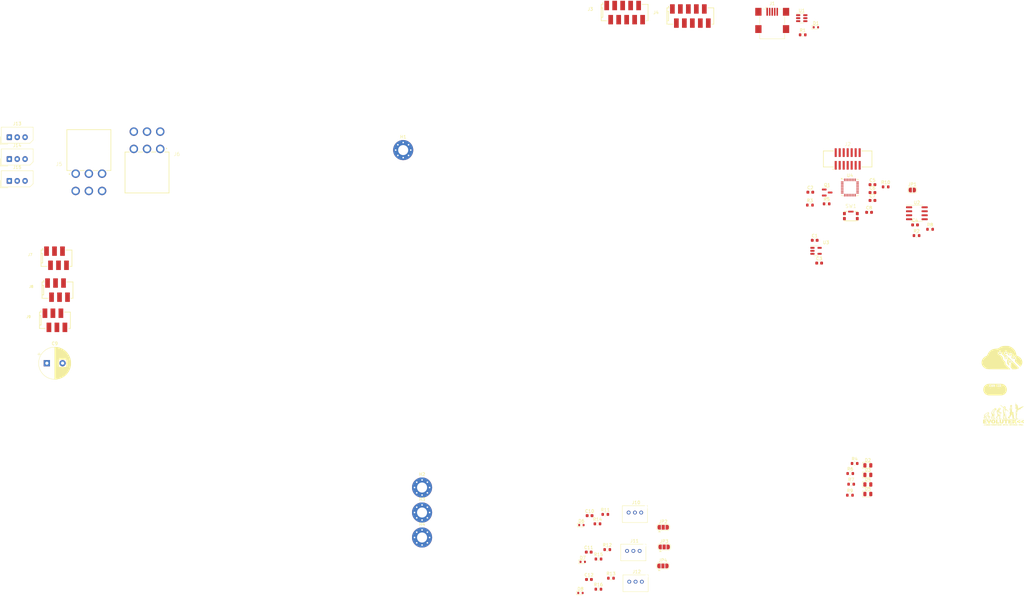
<source format=kicad_pcb>
(kicad_pcb (version 20221018) (generator pcbnew)
  (layers (0 "F.Cu" signal) (31 "B.Cu" signal) (34 "B.Paste" user) (35 "F.Paste" user) (36 "B.SilkS" user "B.Silkscreen") (37 "F.SilkS" user "F.Silkscreen") (38 "B.Mask" user) (39 "F.Mask" user) (44 "Edge.Cuts" user))
  (net 0 "")
  (net 1 "+5VL")
  (net 2 "GND")
  (net 3 "/~{RST}")
  (net 4 "+3.3V")
  (net 5 "VPP")
  (net 6 "Net-(J10-Pin_1)")
  (net 7 "Net-(J11-Pin_1)")
  (net 8 "Net-(J12-Pin_1)")
  (net 9 "VBUS")
  (net 10 "Net-(D2-K)")
  (net 11 "+5P")
  (net 12 "Net-(D3-K)")
  (net 13 "Net-(D4-K)")
  (net 14 "/STATUS")
  (net 15 "Net-(D5-K)")
  (net 16 "/MOTOR_EN")
  (net 17 "/SENSOR1")
  (net 18 "/SENSOR2")
  (net 19 "/SENSOR3")
  (net 20 "Net-(J1-D-)")
  (net 21 "Net-(J1-D+)")
  (net 22 "Net-(J1-ID)")
  (net 25 "/SWDIO")
  (net 26 "/SWCLK")
  (net 30 "/VCP_RX")
  (net 31 "/VCP_TX")
  (net 32 "+12L")
  (net 33 "/SDA")
  (net 34 "/SCL")
  (net 35 "/AU")
  (net 36 "/RST")
  (net 37 "/CANH")
  (net 38 "/CANL")
  (net 39 "+12P")
  (net 41 "/MOTOR_STP_A")
  (net 42 "/MOTOR_DIR_A")
  (net 44 "/MOTOR_STP_B")
  (net 45 "/MOTOR_DIR_B")
  (net 47 "/MOTOR_STP_C")
  (net 48 "/MOTOR_DIR_C")
  (net 49 "Net-(J10-Pin_2)")
  (net 50 "Net-(J11-Pin_2)")
  (net 51 "Net-(J12-Pin_2)")
  (net 52 "/AX12")
  (net 53 "Net-(JP1-A)")
  (net 54 "Net-(U2-Rs)")
  (net 55 "Net-(U4-PB8)")
  (net 58 "/USB_D-")
  (net 59 "/USB_D+")
  (net 60 "/CAN_TX")
  (net 61 "/CAN_RX")
  (footprint "MountingHole:MountingHole_3.2mm_M3_Pad_Via" (layer "F.Cu") (at 31.002944 132.352944)
    (fp_text reference "H2" (at 0 -4.2) (layer "F.SilkS"))
    (fp_text value "M3")
    (pad "1" thru_hole circle (at -2.4 0) (size 0.8 0.8) (drill 0.5) (layers "*.Cu" "*.Mask") (net 2 "GND"))
    (pad "1" thru_hole circle (at -1.697056 -1.697056) (size 0.8 0.8) (drill 0.5) (layers "*.Cu" "*.Mask") (net 2 "GND"))
    (pad "1" thru_hole circle (at -1.697056 1.697056) (size 0.8 0.8) (drill 0.5) (layers "*.Cu" "*.Mask") (net 2 "GND"))
    (pad "1" thru_hole circle (at 0 -2.4) (size 0.8 0.8) (drill 0.5) (layers "*.Cu" "*.Mask") (net 2 "GND"))
    (pad "1" thru_hole circle (at 0 0) (size 6.4 6.4) (drill 3.2) (layers "*.Cu" "*.Mask") (net 2 "GND"))
    (pad "1" thru_hole circle (at 0 2.4) (size 0.8 0.8) (drill 0.5) (layers "*.Cu" "*.Mask") (net 2 "GND"))
    (pad "1" thru_hole circle (at 1.697056 -1.697056) (size 0.8 0.8) (drill 0.5) (layers "*.Cu" "*.Mask") (net 2 "GND"))
    (pad "1" thru_hole circle (at 1.697056 1.697056) (size 0.8 0.8) (drill 0.5) (layers "*.Cu" "*.Mask") (net 2 "GND"))
    (pad "1" thru_hole circle (at 2.4 0) (size 0.8 0.8) (drill 0.5) (layers "*.Cu" "*.Mask") (net 2 "GND"))
  )
  (footprint "Resistor_SMD:R_0603_1608Metric" (layer "F.Cu") (at 178.495 36.7)
    (fp_text reference "R10" (at 0 -1.43) (layer "F.SilkS"))
    (fp_text value "10k")
    (pad "1" smd roundrect (at -0.825 0) (size 0.8 0.95) (layers "F.Cu" "F.Paste" "F.Mask") (net 55 "Net-(U4-PB8)"))
    (pad "2" smd roundrect (at 0.825 0) (size 0.8 0.95) (layers "F.Cu" "F.Paste" "F.Mask") (net 2 "GND"))
  )
  (footprint "Package_SO:SOIC-8_3.9x4.9mm_P1.27mm" (layer "F.Cu") (at 188.42 45.1)
    (fp_text reference "U2" (at 0 -3.4) (layer "F.SilkS"))
    (fp_text value "MCP2551-I-SN")
    (pad "1" smd roundrect (at -2.475 -1.905) (size 1.95 0.6) (layers "F.Cu" "F.Paste" "F.Mask") (net 60 "/CAN_TX"))
    (pad "2" smd roundrect (at -2.475 -0.635) (size 1.95 0.6) (layers "F.Cu" "F.Paste" "F.Mask") (net 2 "GND"))
    (pad "3" smd roundrect (at -2.475 0.635) (size 1.95 0.6) (layers "F.Cu" "F.Paste" "F.Mask") (net 1 "+5VL"))
    (pad "4" smd roundrect (at -2.475 1.905) (size 1.95 0.6) (layers "F.Cu" "F.Paste" "F.Mask") (net 61 "/CAN_RX"))
    (pad "5" smd roundrect (at 2.475 1.905) (size 1.95 0.6) (layers "F.Cu" "F.Paste" "F.Mask"))
    (pad "6" smd roundrect (at 2.475 0.635) (size 1.95 0.6) (layers "F.Cu" "F.Paste" "F.Mask") (net 38 "/CANL"))
    (pad "7" smd roundrect (at 2.475 -0.635) (size 1.95 0.6) (layers "F.Cu" "F.Paste" "F.Mask") (net 37 "/CANH"))
    (pad "8" smd roundrect (at 2.475 -1.905) (size 1.95 0.6) (layers "F.Cu" "F.Paste" "F.Mask") (net 54 "Net-(U2-Rs)"))
  )
  (footprint "LED_SMD:LED_0805_2012Metric" (layer "F.Cu") (at 172.825 134.42)
    (fp_text reference "D5" (at 0 -1.65) (layer "F.SilkS"))
    (fp_text value "YELLOW")
    (pad "1" smd roundrect (at -0.9375 0) (size 0.975 1.4) (layers "F.Cu" "F.Paste" "F.Mask") (net 15 "Net-(D5-K)"))
    (pad "2" smd roundrect (at 0.9375 0) (size 0.975 1.4) (layers "F.Cu" "F.Paste" "F.Mask") (net 16 "/MOTOR_EN"))
  )
  (footprint "Resistor_SMD:R_0603_1608Metric" (layer "F.Cu") (at 154.395 42.5)
    (fp_text reference "R3" (at 0 -1.43) (layer "F.SilkS"))
    (fp_text value "10k")
    (pad "1" smd roundrect (at -0.825 0) (size 0.8 0.95) (layers "F.Cu" "F.Paste" "F.Mask") (net 36 "/RST"))
    (pad "2" smd roundrect (at 0.825 0) (size 0.8 0.95) (layers "F.Cu" "F.Paste" "F.Mask") (net 2 "GND"))
  )
  (footprint "Resistor_SMD:R_0603_1608Metric" (layer "F.Cu") (at 89.925 152.1)
    (fp_text reference "R12" (at 0 -1.43) (layer "F.SilkS"))
    (fp_text value "R2")
    (pad "1" smd roundrect (at -0.825 0) (size 0.8 0.95) (layers "F.Cu" "F.Paste" "F.Mask") (net 18 "/SENSOR2"))
    (pad "2" smd roundrect (at 0.825 0) (size 0.8 0.95) (layers "F.Cu" "F.Paste" "F.Mask") (net 2 "GND"))
  )
  (footprint "ConnectorsEvo:B03B-PASK" (layer "F.Cu") (at 98.225 152.51825)
    (fp_text reference "J11" (at 0.365 -3.175) (layer "F.SilkS"))
    (fp_text value "Sensor")
    (fp_text user "1" (at 2.968 -0.5) (layer "F.SilkS") (effects (font (thickness 0.015))))
    (pad "" np_thru_hole circle (at 3.5 -1.7) (size 1.1 1.1) (drill 1.1) (layers "*.Cu" "*.Mask"))
    (pad "1" thru_hole circle (at 2 0) (size 1.208 1.208) (drill 0.7) (layers "*.Cu" "*.Mask") (net 7 "Net-(J11-Pin_1)"))
    (pad "2" thru_hole circle (at 0 0) (size 1.208 1.208) (drill 0.7) (layers "*.Cu" "*.Mask") (net 50 "Net-(J11-Pin_2)"))
    (pad "3" thru_hole circle (at -2 0) (size 1.208 1.208) (drill 0.7) (layers "*.Cu" "*.Mask") (net 2 "GND"))
  )
  (footprint "MountingHole:MountingHole_3.2mm_M3_Pad_Via" (layer "F.Cu") (at 25 25)
    (fp_text reference "H1" (at 0 -4.2) (layer "F.SilkS"))
    (fp_text value "M3" hide)
    (pad "1" thru_hole circle (at -2.4 0) (size 0.8 0.8) (drill 0.5) (layers "*.Cu" "*.Mask") (net 2 "GND"))
    (pad "1" thru_hole circle (at -1.697056 -1.697056) (size 0.8 0.8) (drill 0.5) (layers "*.Cu" "*.Mask") (net 2 "GND"))
    (pad "1" thru_hole circle (at -1.697056 1.697056) (size 0.8 0.8) (drill 0.5) (layers "*.Cu" "*.Mask") (net 2 "GND"))
    (pad "1" thru_hole circle (at 0 -2.4) (size 0.8 0.8) (drill 0.5) (layers "*.Cu" "*.Mask") (net 2 "GND"))
    (pad "1" thru_hole circle (at 0 0) (size 6.4 6.4) (drill 3.2) (layers "*.Cu" "*.Mask") (net 2 "GND"))
    (pad "1" thru_hole circle (at 0 2.4) (size 0.8 0.8) (drill 0.5) (layers "*.Cu" "*.Mask") (net 2 "GND"))
    (pad "1" thru_hole circle (at 1.697056 -1.697056) (size 0.8 0.8) (drill 0.5) (layers "*.Cu" "*.Mask") (net 2 "GND"))
    (pad "1" thru_hole circle (at 1.697056 1.697056) (size 0.8 0.8) (drill 0.5) (layers "*.Cu" "*.Mask") (net 2 "GND"))
    (pad "1" thru_hole circle (at 2.4 0) (size 0.8 0.8) (drill 0.5) (layers "*.Cu" "*.Mask") (net 2 "GND"))
  )
  (footprint "ConnectorsEvo:22-03-5035" (layer "F.Cu") (at -100.3 27.85)
    (fp_text reference "J14" (at 2.5 -4.3) (layer "F.SilkS"))
    (fp_text value "AX12")
    (pad "1" thru_hole roundrect (at 0 0) (size 1.7 1.85) (drill 0.85) (layers "*.Cu" "*.Mask") (roundrect_rratio 0.147059) (net 52 "/AX12"))
    (pad "2" thru_hole oval (at 2.5 0) (size 1.7 1.85) (drill 0.85) (layers "*.Cu" "*.Mask") (net 39 "+12P"))
    (pad "3" thru_hole oval (at 5 0) (size 1.7 1.85) (drill 0.85) (layers "*.Cu" "*.Mask") (net 2 "GND"))
  )
  (footprint "Capacitor_SMD:C_0603_1608Metric" (layer "F.Cu") (at 84.025 152.9)
    (fp_text reference "C11" (at 0 -1.43) (layer "F.SilkS"))
    (fp_text value "100nF")
    (pad "1" smd roundrect (at -0.775 0) (size 0.9 0.95) (layers "F.Cu" "F.Paste" "F.Mask") (net 7 "Net-(J11-Pin_1)"))
    (pad "2" smd roundrect (at 0.775 0) (size 0.9 0.95) (layers "F.Cu" "F.Paste" "F.Mask") (net 2 "GND"))
  )
  (footprint "ConnectorsEvo:690367280676" (layer "F.Cu") (at -85.3 59.4)
    (fp_text reference "J7" (at -8.375 -1.108) (layer "F.SilkS") (effects (font (size 0.8 0.8))))
    (fp_text value "Motor")
    (pad "1" smd rect (at -3.175 -2.25) (size 1.5 3) (layers "F.Cu" "F.Paste" "F.Mask") (net 5 "VPP"))
    (pad "2" smd rect (at -1.905 2.25) (size 1.5 3) (layers "F.Cu" "F.Paste" "F.Mask") (net 2 "GND"))
    (pad "3" smd rect (at -0.635 -2.25) (size 1.5 3) (layers "F.Cu" "F.Paste" "F.Mask"))
    (pad "4" smd rect (at 0.635 2.25) (size 1.5 3) (layers "F.Cu" "F.Paste" "F.Mask") (net 16 "/MOTOR_EN"))
    (pad "5" smd rect (at 1.905 -2.25) (size 1.5 3) (layers "F.Cu" "F.Paste" "F.Mask") (net 41 "/MOTOR_STP_A"))
    (pad "6" smd rect (at 3.175 2.25) (size 1.5 3) (layers "F.Cu" "F.Paste" "F.Mask") (net 42 "/MOTOR_DIR_A"))
  )
  (footprint "Package_TO_SOT_SMD:SOT-23-5" (layer "F.Cu") (at 156.3375 57.05)
    (fp_text reference "U3" (at 3.1625 -2.65) (layer "F.SilkS"))
    (fp_text value "NCP718xSN330")
    (pad "1" smd roundrect (at -1.1375 -0.95) (size 1.325 0.6) (layers "F.Cu" "F.Paste" "F.Mask") (net 1 "+5VL"))
    (pad "2" smd roundrect (at -1.1375 0) (size 1.325 0.6) (layers "F.Cu" "F.Paste" "F.Mask") (net 2 "GND"))
    (pad "3" smd roundrect (at -1.1375 0.95) (size 1.325 0.6) (layers "F.Cu" "F.Paste" "F.Mask") (net 1 "+5VL"))
    (pad "4" smd roundrect (at 1.1375 0.95) (size 1.325 0.6) (layers "F.Cu" "F.Paste" "F.Mask"))
    (pad "5" smd roundrect (at 1.1375 -0.95) (size 1.325 0.6) (layers "F.Cu" "F.Paste" "F.Mask") (net 4 "+3.3V"))
  )
  (footprint "ComponentsEvo:435431019840" (layer "F.Cu") (at 167.42 46)
    (fp_text reference "SW1" (at 0 -2.5) (layer "F.SilkS") (effects (font (size 1.1684 1.1684) (thickness 0.1016)) (justify bottom)))
    (fp_text value "435431019840")
    (pad "1" smd rect (at 2.05 -0.8) (size 0.9 1) (layers "F.Cu" "F.Paste" "F.Mask"))
    (pad "2" smd rect (at 2.05 0.8) (size 0.9 1) (layers "F.Cu" "F.Paste" "F.Mask"))
    (pad "3" smd rect (at -2.05 0.8) (size 0.9 1) (layers "F.Cu" "F.Paste" "F.Mask") (net 2 "GND"))
    (pad "4" smd rect (at -2.05 -0.8) (size 0.9 1) (layers "F.Cu" "F.Paste" "F.Mask") (net 3 "/~{RST}"))
    (pad "SH" smd rect (at 0 -1.425) (size 1.7 0.55) (layers "F.Cu" "F.Paste" "F.Mask") (net 2 "GND"))
  )
  (footprint "ConnectorsEvo:22-03-5035" (layer "F.Cu") (at -100.3 34.8)
    (fp_text reference "J15" (at 2.5 -4.3) (layer "F.SilkS"))
    (fp_text value "AX12")
    (pad "1" thru_hole roundrect (at 0 0) (size 1.7 1.85) (drill 0.85) (layers "*.Cu" "*.Mask") (roundrect_rratio 0.147059) (net 52 "/AX12"))
    (pad "2" thru_hole oval (at 2.5 0) (size 1.7 1.85) (drill 0.85) (layers "*.Cu" "*.Mask") (net 39 "+12P"))
    (pad "3" thru_hole oval (at 5 0) (size 1.7 1.85) (drill 0.85) (layers "*.Cu" "*.Mask") (net 2 "GND"))
  )
  (footprint "ComponentsEvo:QFN-32-1EP_5x5mm_P0.5mm_EP3.45x3.45mm-Without thermal pad" (layer "F.Cu") (at 167.12 36.9)
    (fp_text reference "U4" (at 0 -3.82) (layer "F.SilkS"))
    (fp_text value "STM32G491KEUx")
    (pad "1" smd roundrect (at -2.4375 -1.75) (size 0.875 0.25) (layers "F.Cu" "F.Paste" "F.Mask") (net 4 "+3.3V"))
    (pad "2" smd roundrect (at -2.4375 -1.25) (size 0.875 0.25) (layers "F.Cu" "F.Paste" "F.Mask"))
    (pad "3" smd roundrect (at -2.4375 -0.75) (size 0.875 0.25) (layers "F.Cu" "F.Paste" "F.Mask"))
    (pad "4" smd roundrect (at -2.4375 -0.25) (size 0.875 0.25) (layers "F.Cu" "F.Paste" "F.Mask") (net 3 "/~{RST}"))
    (pad "5" smd roundrect (at -2.4375 0.25) (size 0.875 0.25) (layers "F.Cu" "F.Paste" "F.Mask") (net 16 "/MOTOR_EN"))
    (pad "6" smd roundrect (at -2.4375 0.75) (size 0.875 0.25) (layers "F.Cu" "F.Paste" "F.Mask") (net 17 "/SENSOR1"))
    (pad "7" smd roundrect (at -2.4375 1.25) (size 0.875 0.25) (layers "F.Cu" "F.Paste" "F.Mask") (net 31 "/VCP_TX"))
    (pad "8" smd roundrect (at -2.4375 1.75) (size 0.875 0.25) (layers "F.Cu" "F.Paste" "F.Mask") (net 30 "/VCP_RX"))
    (pad "9" smd roundrect (at -1.75 2.4375) (size 0.25 0.875) (layers "F.Cu" "F.Paste" "F.Mask") (net 47 "/MOTOR_STP_C"))
    (pad "10" smd roundrect (at -1.25 2.4375) (size 0.25 0.875) (layers "F.Cu" "F.Paste" "F.Mask") (net 48 "/MOTOR_DIR_C"))
    (pad "11" smd roundrect (at -0.75 2.4375) (size 0.25 0.875) (layers "F.Cu" "F.Paste" "F.Mask") (net 18 "/SENSOR2"))
    (pad "12" smd roundrect (at -0.25 2.4375) (size 0.25 0.875) (layers "F.Cu" "F.Paste" "F.Mask") (net 19 "/SENSOR3"))
    (pad "13" smd roundrect (at 0.25 2.4375) (size 0.25 0.875) (layers "F.Cu" "F.Paste" "F.Mask") (net 35 "/AU"))
    (pad "14" smd roundrect (at 0.75 2.4375) (size 0.25 0.875) (layers "F.Cu" "F.Paste" "F.Mask") (net 2 "GND"))
    (pad "15" smd roundrect (at 1.25 2.4375) (size 0.25 0.875) (layers "F.Cu" "F.Paste" "F.Mask") (net 4 "+3.3V"))
    (pad "16" smd roundrect (at 1.75 2.4375) (size 0.25 0.875) (layers "F.Cu" "F.Paste" "F.Mask") (net 2 "GND"))
    (pad "17" smd roundrect (at 2.4375 1.75) (size 0.875 0.25) (layers "F.Cu" "F.Paste" "F.Mask") (net 4 "+3.3V"))
    (pad "18" smd roundrect (at 2.4375 1.25) (size 0.875 0.25) (layers "F.Cu" "F.Paste" "F.Mask") (net 33 "/SDA"))
    (pad "19" smd roundrect (at 2.4375 0.75) (size 0.875 0.25) (layers "F.Cu" "F.Paste" "F.Mask") (net 34 "/SCL"))
    (pad "20" smd roundrect (at 2.4375 0.25) (size 0.875 0.25) (layers "F.Cu" "F.Paste" "F.Mask") (net 41 "/MOTOR_STP_A"))
    (pad "21" smd roundrect (at 2.4375 -0.25) (size 0.875 0.25) (layers "F.Cu" "F.Paste" "F.Mask") (net 58 "/USB_D-"))
    (pad "22" smd roundrect (at 2.4375 -0.75) (size 0.875 0.25) (layers "F.Cu" "F.Paste" "F.Mask") (net 59 "/USB_D+"))
    (pad "23" smd roundrect (at 2.4375 -1.25) (size 0.875 0.25) (layers "F.Cu" "F.Paste" "F.Mask") (net 25 "/SWDIO"))
    (pad "24" smd roundrect (at 2.4375 -1.75) (size 0.875 0.25) (layers "F.Cu" "F.Paste" "F.Mask") (net 26 "/SWCLK"))
    (pad "25" smd roundrect (at 1.75 -2.4375) (size 0.25 0.875) (layers "F.Cu" "F.Paste" "F.Mask") (net 42 "/MOTOR_DIR_A"))
    (pad "26" smd roundrect (at 1.25 -2.4375) (size 0.25 0.875) (layers "F.Cu" "F.Paste" "F.Mask") (net 44 "/MOTOR_STP_B"))
    (pad "27" smd roundrect (at 0.75 -2.4375) (size 0.25 0.875) (layers "F.Cu" "F.Paste" "F.Mask") (net 45 "/MOTOR_DIR_B"))
    (pad "28" smd roundrect (at 0.25 -2.4375) (size 0.25 0.875) (layers "F.Cu" "F.Paste" "F.Mask") (net 61 "/CAN_RX"))
    (pad "29" smd roundrect (at -0.25 -2.4375) (size 0.25 0.875) (layers "F.Cu" "F.Paste" "F.Mask") (net 60 "/CAN_TX"))
    (pad "30" smd roundrect (at -0.75 -2.4375) (size 0.25 0.875) (layers "F.Cu" "F.Paste" "F.Mask") (net 14 "/STATUS"))
    (pad "31" smd roundrect (at -1.25 -2.4375) (size 0.25 0.875) (layers "F.Cu" "F.Paste" "F.Mask") (net 55 "Net-(U4-PB8)"))
    (pad "32" smd roundrect (at -1.75 -2.4375) (size 0.25 0.875) (layers "F.Cu" "F.Paste" "F.Mask") (net 2 "GND"))
  )
  (footprint "Diode_SMD:D_SOD-523" (layer "F.Cu") (at 82.125 156)
    (fp_text reference "D7" (at 0 -1.3) (layer "F.SilkS"))
    (fp_text value "3V")
    (pad "1" smd roundrect (at -0.7 0 180) (size 0.6 0.7) (layers "F.Cu" "F.Paste" "F.Mask") (net 18 "/SENSOR2"))
    (pad "2" smd roundrect (at 0.7 0 180) (size 0.6 0.7) (layers "F.Cu" "F.Paste" "F.Mask") (net 2 "GND"))
  )
  (footprint "Resistor_SMD:R_0603_1608Metric" (layer "F.Cu") (at 87.1 164.7)
    (fp_text reference "R16" (at 0 -1.43) (layer "F.SilkS"))
    (fp_text value "R1")
    (pad "1" smd roundrect (at -0.825 0) (size 0.8 0.95) (layers "F.Cu" "F.Paste" "F.Mask") (net 51 "Net-(J12-Pin_2)"))
    (pad "2" smd roundrect (at 0.825 0) (size 0.8 0.95) (layers "F.Cu" "F.Paste" "F.Mask") (net 19 "/SENSOR3"))
  )
  (footprint "ConnectorsEvo:62701420621" (layer "F.Cu") (at 166.41 27.82)
    (fp_text reference "J2" (at 0 -4) (layer "F.SilkS") (effects (font (size 1.1684 1.1684) (thickness 0.1016)) (justify bottom)))
    (fp_text value "STLINK")
    (pad "1" smd rect (at -3.81 2.02) (size 0.65 2.76) (layers "F.Cu" "F.Paste" "F.Mask"))
    (pad "2" smd rect (at -3.81 -2.02) (size 0.65 2.76) (layers "F.Cu" "F.Paste" "F.Mask"))
    (pad "3" smd rect (at -2.54 2.02) (size 0.65 2.76) (layers "F.Cu" "F.Paste" "F.Mask") (net 4 "+3.3V"))
    (pad "4" smd rect (at -2.54 -2.02) (size 0.65 2.76) (layers "F.Cu" "F.Paste" "F.Mask") (net 25 "/SWDIO"))
    (pad "5" smd rect (at -1.27 2.02) (size 0.65 2.76) (layers "F.Cu" "F.Paste" "F.Mask") (net 2 "GND"))
    (pad "6" smd rect (at -1.27 -2.02) (size 0.65 2.76) (layers "F.Cu" "F.Paste" "F.Mask") (net 26 "/SWCLK"))
    (pad "7" smd rect (at 0 2.02) (size 0.65 2.76) (layers "F.Cu" "F.Paste" "F.Mask") (net 2 "GND"))
    (pad "8" smd rect (at 0 -2.02) (size 0.65 2.76) (layers "F.Cu" "F.Paste" "F.Mask"))
    (pad "9" smd rect (at 1.27 2.02) (size 0.65 2.76) (layers "F.Cu" "F.Paste" "F.Mask"))
    (pad "10" smd rect (at 1.27 -2.02) (size 0.65 2.76) (layers "F.Cu" "F.Paste" "F.Mask"))
    (pad "11" smd rect (at 2.54 2.02) (size 0.65 2.76) (layers "F.Cu" "F.Paste" "F.Mask") (net 2 "GND"))
    (pad "12" smd rect (at 2.54 -2.02) (size 0.65 2.76) (layers "F.Cu" "F.Paste" "F.Mask") (net 3 "/~{RST}"))
    (pad "13" smd rect (at 3.81 2.02) (size 0.65 2.76) (layers "F.Cu" "F.Paste" "F.Mask") (net 30 "/VCP_RX"))
    (pad "14" smd rect (at 3.81 -2.02) (size 0.65 2.76) (layers "F.Cu" "F.Paste" "F.Mask") (net 31 "/VCP_TX"))
  )
  (footprint "Resistor_SMD:R_0603_1608Metric" (layer "F.Cu") (at 87.125 155.1)
    (fp_text reference "R15" (at 0 -1.43) (layer "F.SilkS"))
    (fp_text value "R1")
    (pad "1" smd roundrect (at -0.825 0) (size 0.8 0.95) (layers "F.Cu" "F.Paste" "F.Mask") (net 50 "Net-(J11-Pin_2)"))
    (pad "2" smd roundrect (at 0.825 0) (size 0.8 0.95) (layers "F.Cu" "F.Paste" "F.Mask") (net 18 "/SENSOR2"))
  )
  (footprint "Jumper:SolderJumper-3_P1.3mm_Open_RoundedPad1.0x1.5mm" (layer "F.Cu") (at 107.625 157.3)
    (fp_text reference "JP4" (at 0 -1.8) (layer "F.SilkS"))
    (fp_text value "SolderJumper_3_Open")
    (pad "1" smd custom (at -1.3 0) (size 1 0.5) (layers "F.Cu" "F.Mask") (net 32 "+12L") (options (clearance outline) (anchor rect)) (primitives (gr_circle (center 0 0.25) (end 0.5 0.25) (width 0) (fill yes)) (gr_circle (center 0 -0.25) (end 0.5 -0.25) (width 0) (fill yes)) (gr_poly (pts (xy 0.55 0.75) (xy 0 0.75) (xy 0 -0.75) (xy 0.55 -0.75)) (width 0) (fill yes))))
    (pad "2" smd rect (at 0 0) (size 1 1.5) (layers "F.Cu" "F.Mask") (net 8 "Net-(J12-Pin_1)"))
    (pad "3" smd custom (at 1.3 0) (size 1 0.5) (layers "F.Cu" "F.Mask") (net 1 "+5VL") (options (clearance outline) (anchor rect)) (primitives (gr_circle (center 0 0.25) (end 0.5 0.25) (width 0) (fill yes)) (gr_circle (center 0 -0.25) (end 0.5 -0.25) (width 0) (fill yes)) (gr_poly (pts (xy 0 0.75) (xy -0.55 0.75) (xy -0.55 -0.75) (xy 0 -0.75)) (width 0) (fill yes))))
  )
  (footprint "ConnectorsEvo:USB_Mini-B_Wuerth_65100516121_Horizontal" (layer "F.Cu") (at 142.4 -16.4)
    (fp_text reference "J1" (at 0 -5.25) (layer "F.SilkS"))
    (fp_text value "USB_B_Mini")
    (pad "" np_thru_hole circle (at -2.2 0) (size 0.9 0.9) (drill 0.9) (layers "*.Cu" "*.Mask"))
    (pad "" np_thru_hole circle (at 2.2 0) (size 0.9 0.9) (drill 0.9) (layers "*.Cu" "*.Mask"))
    (pad "1" smd rect (at -1.6 -2.6) (size 0.5 2.5) (layers "F.Cu" "F.Paste" "F.Mask") (net 9 "VBUS"))
    (pad "2" smd rect (at -0.8 -2.6) (size 0.5 2.5) (layers "F.Cu" "F.Paste" "F.Mask") (net 20 "Net-(J1-D-)"))
    (pad "3" smd rect (at 0 -2.6) (size 0.5 2.5) (layers "F.Cu" "F.Paste" "F.Mask") (net 21 "Net-(J1-D+)"))
    (pad "4" smd rect (at 0.8 -2.6) (size 0.5 2.5) (layers "F.Cu" "F.Paste" "F.Mask") (net 22 "Net-(J1-ID)"))
    (pad "5" smd rect (at 1.6 -2.6) (size 0.5 2.5) (layers "F.Cu" "F.Paste" "F.Mask") (net 2 "GND"))
    (pad "6" smd rect (at -4.4 -2.6) (size 2 2.5) (layers "F.Cu" "F.Paste" "F.Mask") (net 2 "GND"))
    (pad "6" smd rect (at -4.4 2.9) (size 2 2.5) (layers "F.Cu" "F.Paste" "F.Mask") (net 2 "GND"))
    (pad "6" smd rect (at 4.4 -2.6) (size 2 2.5) (layers "F.Cu" "F.Paste" "F.Mask") (net 2 "GND"))
    (pad "6" smd rect (at 4.4 2.9) (size 2 2.5) (layers "F.Cu" "F.Paste" "F.Mask") (net 2 "GND"))
  )
  (footprint "ConnectorsEvo:B03B-PASK" (layer "F.Cu") (at 98.725 140.31825)
    (fp_text reference "J10" (at 0.365 -3.175) (layer "F.SilkS"))
    (fp_text value "Sensor")
    (fp_text user "1" (at 2.968 -0.5) (layer "F.SilkS") (effects (font (thickness 0.015))))
    (pad "" np_thru_hole circle (at 3.5 -1.7) (size 1.1 1.1) (drill 1.1) (layers "*.Cu" "*.Mask"))
    (pad "1" thru_hole circle (at 2 0) (size 1.208 1.208) (drill 0.7) (layers "*.Cu" "*.Mask") (net 6 "Net-(J10-Pin_1)"))
    (pad "2" thru_hole circle (at 0 0) (size 1.208 1.208) (drill 0.7) (layers "*.Cu" "*.Mask") (net 49 "Net-(J10-Pin_2)"))
    (pad "3" thru_hole circle (at -2 0) (size 1.208 1.208) (drill 0.7) (layers "*.Cu" "*.Mask") (net 2 "GND"))
  )
  (footprint "Capacitor_SMD:C_0603_1608Metric" (layer "F.Cu") (at 154.52 38.4)
    (fp_text reference "C2" (at 0 -1.43) (layer "F.SilkS"))
    (fp_text value "100nF")
    (pad "1" smd roundrect (at -0.775 0) (size 0.9 0.95) (layers "F.Cu" "F.Paste" "F.Mask") (net 3 "/~{RST}"))
    (pad "2" smd roundrect (at 0.775 0) (size 0.9 0.95) (layers "F.Cu" "F.Paste" "F.Mask") (net 2 "GND"))
  )
  (footprint "ConnectorsEvo:649006227222" (layer "F.Cu") (at -56.5 32.125)
    (fp_text reference "J6" (at 8.42 -5.15) (layer "F.SilkS") (effects (font (size 1.1684 1.1684) (thickness 0.1016)) (justify left bottom)))
    (fp_text value "Actuators PSU")
    (pad "" np_thru_hole circle (at -4.2 -0.2) (size 3 3) (drill 3) (layers "*.Cu" "*.Mask"))
    (pad "" np_thru_hole circle (at 4.2 -0.2) (size 3 3) (drill 3) (layers "*.Cu" "*.Mask"))
    (pad "1" thru_hole circle (at 4.2 -7.5) (size 2.7 2.7) (drill 1.8) (layers "*.Cu" "*.Mask") (net 5 "VPP"))
    (pad "2" thru_hole circle (at 0 -7.5) (size 2.7 2.7) (drill 1.8) (layers "*.Cu" "*.Mask") (net 39 "+12P"))
    (pad "3" thru_hole circle (at -4.2 -7.5) (size 2.7 2.7) (drill 1.8) (layers "*.Cu" "*.Mask") (net 11 "+5P"))
    (pad "4" thru_hole circle (at 4.2 -13) (size 2.7 2.7) (drill 1.8) (layers "*.Cu" "*.Mask") (net 2 "GND"))
    (pad "5" thru_hole circle (at 0 -13) (size 2.7 2.7) (drill 1.8) (layers "*.Cu" "*.Mask") (net 2 "GND"))
    (pad "6" thru_hole circle (at -4.2 -13) (size 2.7 2.7) (drill 1.8) (layers "*.Cu" "*.Mask") (net 2 "GND"))
  )
  (footprint "Resistor_SMD:R_0603_1608Metric" (layer "F.Cu") (at 86.8 143.9)
    (fp_text reference "R14" (at 0 -1.43) (layer "F.SilkS"))
    (fp_text value "R1")
    (pad "1" smd roundrect (at -0.825 0) (size 0.8 0.95) (layers "F.Cu" "F.Paste" "F.Mask") (net 49 "Net-(J10-Pin_2)"))
    (pad "2" smd roundrect (at 0.825 0) (size 0.8 0.95) (layers "F.Cu" "F.Paste" "F.Mask") (net 17 "/SENSOR1"))
  )
  (footprint "Diode_SMD:D_SOD-523" (layer "F.Cu") (at 156.3 -14.075)
    (fp_text reference "D1" (at 0 -1.3) (layer "F.SilkS"))
    (fp_text value "D")
    (pad "1" smd roundrect (at -0.7 0 180) (size 0.6 0.7) (layers "F.Cu" "F.Paste" "F.Mask") (net 1 "+5VL"))
    (pad "2" smd roundrect (at 0.7 0 180) (size 0.6 0.7) (layers "F.Cu" "F.Paste" "F.Mask") (net 9 "VBUS"))
  )
  (footprint "Jumper:SolderJumper-3_P1.3mm_Open_RoundedPad1.0x1.5mm" (layer "F.Cu") (at 108.025 151.2575)
    (fp_text reference "JP3" (at 0 -1.8) (layer "F.SilkS"))
    (fp_text value "SolderJumper_3_Open")
    (pad "1" smd custom (at -1.3 0) (size 1 0.5) (layers "F.Cu" "F.Mask") (net 32 "+12L") (options (clearance outline) (anchor rect)) (primitives (gr_circle (center 0 0.25) (end 0.5 0.25) (width 0) (fill yes)) (gr_circle (center 0 -0.25) (end 0.5 -0.25) (width 0) (fill yes)) (gr_poly (pts (xy 0.55 0.75) (xy 0 0.75) (xy 0 -0.75) (xy 0.55 -0.75)) (width 0) (fill yes))))
    (pad "2" smd rect (at 0 0) (size 1 1.5) (layers "F.Cu" "F.Mask") (net 7 "Net-(J11-Pin_1)"))
    (pad "3" smd custom (at 1.3 0) (size 1 0.5) (layers "F.Cu" "F.Mask") (net 1 "+5VL") (options (clearance outline) (anchor rect)) (primitives (gr_circle (center 0 0.25) (end 0.5 0.25) (width 0) (fill yes)) (gr_circle (center 0 -0.25) (end 0.5 -0.25) (width 0) (fill yes)) (gr_poly (pts (xy 0 0.75) (xy -0.55 0.75) (xy -0.55 -0.75) (xy 0 -0.75)) (width 0) (fill yes))))
  )
  (footprint "MarkingEvo:Logo Aisler Min" (layer "F.Cu") (at 215.5 91)
    (fp_text reference "LB2" hide)
    (fp_text value "LOGO" hide)
  )
  (footprint "Resistor_SMD:R_0603_1608Metric" (layer "F.Cu") (at 192.62 50.2)
    (fp_text reference "R8" (at 0 -1.43) (layer "F.SilkS"))
    (fp_text value "0")
    (pad "1" smd roundrect (at -0.825 0) (size 0.8 0.95) (layers "F.Cu" "F.Paste" "F.Mask") (net 2 "GND"))
    (pad "2" smd roundrect (at 0.825 0) (size 0.8 0.95) (layers "F.Cu" "F.Paste" "F.Mask") (net 54 "Net-(U2-Rs)"))
  )
  (footprint "Capacitor_SMD:C_0603_1608Metric" (layer "F.Cu") (at 84.1 161.6)
    (fp_text reference "C12" (at 0 -1.43) (layer "F.SilkS"))
    (fp_text value "100nF")
    (pad "1" smd roundrect (at -0.775 0) (size 0.9 0.95) (layers "F.Cu" "F.Paste" "F.Mask") (net 8 "Net-(J12-Pin_1)"))
    (pad "2" smd roundrect (at 0.775 0) (size 0.9 0.95) (layers "F.Cu" "F.Paste" "F.Mask") (net 2 "GND"))
  )
  (footprint "ConnectorsEvo:690367280676" (layer "F.Cu") (at -85.805 79.15)
    (fp_text reference "J9" (at -8.375 -1.108) (layer "F.SilkS") (effects (font (size 0.8 0.8))))
    (fp_text value "Motor")
    (pad "1" smd rect (at -3.175 -2.25) (size 1.5 3) (layers "F.Cu" "F.Paste" "F.Mask") (net 5 "VPP"))
    (pad "2" smd rect (at -1.905 2.25) (size 1.5 3) (layers "F.Cu" "F.Paste" "F.Mask") (net 2 "GND"))
    (pad "3" smd rect (at -0.635 -2.25) (size 1.5 3) (layers "F.Cu" "F.Paste" "F.Mask"))
    (pad "4" smd rect (at 0.635 2.25) (size 1.5 3) (layers "F.Cu" "F.Paste" "F.Mask") (net 16 "/MOTOR_EN"))
    (pad "5" smd rect (at 1.905 -2.25) (size 1.5 3) (layers "F.Cu" "F.Paste" "F.Mask") (net 47 "/MOTOR_STP_C"))
    (pad "6" smd rect (at 3.175 2.25) (size 1.5 3) (layers "F.Cu" "F.Paste" "F.Mask") (net 48 "/MOTOR_DIR_C"))
  )
  (footprint "Resistor_SMD:R_0603_1608Metric" (layer "F.Cu") (at 167.225 127.9)
    (fp_text reference "R6" (at 0 -1.43) (layer "F.SilkS"))
    (fp_text value "510")
    (pad "1" smd roundrect (at -0.825 0) (size 0.8 0.95) (layers "F.Cu" "F.Paste" "F.Mask") (net 12 "Net-(D3-K)"))
    (pad "2" smd roundrect (at 0.825 0) (size 0.8 0.95) (layers "F.Cu" "F.Paste" "F.Mask") (net 2 "GND"))
  )
  (footprint "ConnectorsEvo:B03B-PASK" (layer "F.Cu") (at 98.925 162.31825)
    (fp_text reference "J12" (at 0.365 -3.175) (layer "F.SilkS"))
    (fp_text value "Sensor")
    (fp_text user "1" (at 2.968 -0.5) (layer "F.SilkS") (effects (font (thickness 0.015))))
    (pad "" np_thru_hole circle (at 3.5 -1.7) (size 1.1 1.1) (drill 1.1) (layers "*.Cu" "*.Mask"))
    (pad "1" thru_hole circle (at 2 0) (size 1.208 1.208) (drill 0.7) (layers "*.Cu" "*.Mask") (net 8 "Net-(J12-Pin_1)"))
    (pad "2" thru_hole circle (at 0 0) (size 1.208 1.208) (drill 0.7) (layers "*.Cu" "*.Mask") (net 51 "Net-(J12-Pin_2)"))
    (pad "3" thru_hole circle (at -2 0) (size 1.208 1.208) (drill 0.7) (layers "*.Cu" "*.Mask") (net 2 "GND"))
  )
  (footprint "MarkingEvo:CAN ID Label 2" (layer "F.Cu") (at 213.3 101.2)
    (fp_text reference "LB3" hide)
    (fp_text value "~" hide)
  )
  (footprint "ConnectorsEvo:22-03-5035" (layer "F.Cu") (at -100.3 20.9)
    (fp_text reference "J13" (at 2.5 -4.3) (layer "F.SilkS"))
    (fp_text value "AX12")
    (pad "1" thru_hole roundrect (at 0 0) (size 1.7 1.85) (drill 0.85) (layers "*.Cu" "*.Mask") (roundrect_rratio 0.147059) (net 52 "/AX12"))
    (pad "2" thru_hole oval (at 2.5 0) (size 1.7 1.85) (drill 0.85) (layers "*.Cu" "*.Mask") (net 39 "+12P"))
    (pad "3" thru_hole oval (at 5 0) (size 1.7 1.85) (drill 0.85) (layers "*.Cu" "*.Mask") (net 2 "GND"))
  )
  (footprint "ConnectorsEvo:690367280676" (layer "F.Cu") (at -84.975 69.55)
    (fp_text reference "J8" (at -8.375 -1.108) (layer "F.SilkS") (effects (font (size 0.8 0.8))))
    (fp_text value "Motor")
    (pad "1" smd rect (at -3.175 -2.25) (size 1.5 3) (layers "F.Cu" "F.Paste" "F.Mask") (net 5 "VPP"))
    (pad "2" smd rect (at -1.905 2.25) (size 1.5 3) (layers "F.Cu" "F.Paste" "F.Mask") (net 2 "GND"))
    (pad "3" smd rect (at -0.635 -2.25) (size 1.5 3) (layers "F.Cu" "F.Paste" "F.Mask"))
    (pad "4" smd rect (at 0.635 2.25) (size 1.5 3) (layers "F.Cu" "F.Paste" "F.Mask") (net 16 "/MOTOR_EN"))
    (pad "5" smd rect (at 1.905 -2.25) (size 1.5 3) (layers "F.Cu" "F.Paste" "F.Mask") (net 44 "/MOTOR_STP_B"))
    (pad "6" smd rect (at 3.175 2.25) (size 1.5 3) (layers "F.Cu" "F.Paste" "F.Mask") (net 45 "/MOTOR_DIR_B"))
  )
  (footprint "Jumper:SolderJumper-2_P1.3mm_Open_RoundedPad1.0x1.5mm" (layer "F.Cu") (at 186.97 37.7)
    (fp_text reference "JP1" (at 0 -1.8) (layer "F.SilkS"))
    (fp_text value "SolderJumper_2_Open")
    (pad "1" smd custom (at -0.65 0) (size 1 0.5) (layers "F.Cu" "F.Mask") (net 53 "Net-(JP1-A)") (options (clearance outline) (anchor rect)) (primitives (gr_circle (center 0 0.25) (end 0.5 0.25) (width 0) (fill yes)) (gr_circle (center 0 -0.25) (end 0.5 -0.25) (width 0) (fill yes)) (gr_poly (pts (xy 0.5 0.75) (xy 0 0.75) (xy 0 -0.75) (xy 0.5 -0.75)) (width 0) (fill yes))))
    (pad "2" smd custom (at 0.65 0) (size 1 0.5) (layers "F.Cu" "F.Mask") (net 38 "/CANL") (options (clearance outline) (anchor rect)) (primitives (gr_circle (center 0 0.25) (end 0.5 0.25) (width 0) (fill yes)) (gr_circle (center 0 -0.25) (end 0.5 -0.25) (width 0) (fill yes)) (gr_poly (pts (xy 0 0.75) (xy -0.5 0.75) (xy -0.5 -0.75) (xy 0 -0.75)) (width 0) (fill yes))))
  )
  (footprint "Resistor_SMD:R_0603_1608Metric" (layer "F.Cu") (at 188.32 52.2)
    (fp_text reference "R2" (at 0 -1.43) (layer "F.SilkS"))
    (fp_text value "120")
    (pad "1" smd roundrect (at -0.825 0) (size 0.8 0.95) (layers "F.Cu" "F.Paste" "F.Mask") (net 37 "/CANH"))
    (pad "2" smd roundrect (at 0.825 0) (size 0.8 0.95) (layers "F.Cu" "F.Paste" "F.Mask") (net 53 "Net-(JP1-A)"))
  )
  (footprint "Resistor_SMD:R_0603_1608Metric" (layer "F.Cu") (at 167.525 131.3)
    (fp_text reference "R7" (at 0 -1.43) (layer "F.SilkS"))
    (fp_text value "510")
    (pad "1" smd roundrect (at -0.825 0) (size 0.8 0.95) (layers "F.Cu" "F.Paste" "F.Mask") (net 13 "Net-(D4-K)"))
    (pad "2" smd roundrect (at 0.825 0) (size 0.8 0.95) (layers "F.Cu" "F.Paste" "F.Mask") (net 2 "GND"))
  )
  (footprint "Capacitor_SMD:C_0603_1608Metric" (layer "F.Cu") (at 84.3 141.3)
    (fp_text reference "C10" (at 0 -1.43) (layer "F.SilkS"))
    (fp_text value "100nF")
    (pad "1" smd roundrect (at -0.775 0) (size 0.9 0.95) (layers "F.Cu" "F.Paste" "F.Mask") (net 6 "Net-(J10-Pin_1)"))
    (pad "2" smd roundrect (at 0.775 0) (size 0.9 0.95) (layers "F.Cu" "F.Paste" "F.Mask") (net 2 "GND"))
  )
  (footprint "Diode_SMD:D_SOD-523" (layer "F.Cu") (at 81.7 144.3)
    (fp_text reference "D6" (at 0 -1.3) (layer "F.SilkS"))
    (fp_text value "3V")
    (pad "1" smd roundrect (at -0.7 0 180) (size 0.6 0.7) (layers "F.Cu" "F.Paste" "F.Mask") (net 17 "/SENSOR1"))
    (pad "2" smd roundrect (at 0.7 0 180) (size 0.6 0.7) (layers "F.Cu" "F.Paste" "F.Mask") (net 2 "GND"))
  )
  (footprint "Capacitor_SMD:C_0603_1608Metric" (layer "F.Cu") (at 174.295 38.51)
    (fp_text reference "C6" (at 0 -1.43) (layer "F.SilkS"))
    (fp_text value "100nF")
    (pad "1" smd roundrect (at -0.775 0) (size 0.9 0.95) (layers "F.Cu" "F.Paste" "F.Mask") (net 4 "+3.3V"))
    (pad "2" smd roundrect (at 0.775 0) (size 0.9 0.95) (layers "F.Cu" "F.Paste" "F.Mask") (net 2 "GND"))
  )
  (footprint "Resistor_SMD:R_0603_1608Metric" (layer "F.Cu") (at 89.3 140.9)
    (fp_text reference "R11" (at 0 -1.43) (layer "F.SilkS"))
    (fp_text value "R2")
    (pad "1" smd roundrect (at -0.825 0) (size 0.8 0.95) (layers "F.Cu" "F.Paste" "F.Mask") (net 17 "/SENSOR1"))
    (pad "2" smd roundrect (at 0.825 0) (size 0.8 0.95) (layers "F.Cu" "F.Paste" "F.Mask") (net 2 "GND"))
  )
  (footprint "LED_SMD:LED_0805_2012Metric" (layer "F.Cu") (at 172.825 128.34)
    (fp_text reference "D3" (at 0 -1.65) (layer "F.SilkS"))
    (fp_text value "RED")
    (pad "1" smd roundrect (at -0.9375 0) (size 0.975 1.4) (layers "F.Cu" "F.Paste" "F.Mask") (net 12 "Net-(D3-K)"))
    (pad "2" smd roundrect (at 0.9375 0) (size 0.975 1.4) (layers "F.Cu" "F.Paste" "F.Mask") (net 4 "+3.3V"))
  )
  (footprint "Package_TO_SOT_SMD:SOT-23-6" (layer "F.Cu") (at 151.8 -16.975)
    (fp_text reference "U1" (at 0 -2.4) (layer "F.SilkS"))
    (fp_text value "WE-TVS-82400102")
    (pad "1" smd roundrect (at -1.1375 -0.95) (size 1.325 0.6) (layers "F.Cu" "F.Paste" "F.Mask") (net 21 "Net-(J1-D+)"))
    (pad "2" smd roundrect (at -1.1375 0) (size 1.325 0.6) (layers "F.Cu" "F.Paste" "F.Mask") (net 2 "GND"))
    (pad "3" smd roundrect (at -1.1375 0.95) (size 1.325 0.6) (layers "F.Cu" "F.Paste" "F.Mask") (net 20 "Net-(J1-D-)"))
    (pad "4" smd roundrect (at 1.1375 0.95) (size 1.325 0.6) (layers "F.Cu" "F.Paste" "F.Mask") (net 58 "/USB_D-"))
    (pad "5" smd roundrect (at 1.1375 0) (size 1.325 0.6) (layers "F.Cu" "F.Paste" "F.Mask") (net 1 "+5VL"))
    (pad "6" smd roundrect (at 1.1375 -0.95) (size 1.325 0.6) (layers "F.Cu" "F.Paste" "F.Mask") (net 59 "/USB_D+"))
  )
  (footprint "Resistor_SMD:R_0603_1608Metric" (layer "F.Cu") (at 168.625 124.7)
    (fp_text reference "R4" (at 0 -1.43) (layer "F.SilkS"))
    (fp_text value "510")
    (pad "1" smd roundrect (at -0.825 0) (size 0.8 0.95) (layers "F.Cu" "F.Paste" "F.Mask") (net 10 "Net-(D2-K)"))
    (pad "2" smd roundrect (at 0.825 0) (size 0.8 0.95) (layers "F.Cu" "F.Paste" "F.Mask") (net 2 "GND"))
  )
  (footprint "Capacitor_SMD:C_0603_1608Metric" (layer "F.Cu") (at 187.845 48.8)
    (fp_text reference "C4" (at 0 -1.43) (layer "F.SilkS"))
    (fp_text value "100nF")
    (pad "1" smd roundrect (at -0.775 0) (size 0.9 0.95) (layers "F.Cu" "F.Paste" "F.Mask") (net 1 "+5VL"))
    (pad "2" smd roundrect (at 0.775 0) (size 0.9 0.95) (layers "F.Cu" "F.Paste" "F.Mask") (net 2 "GND"))
  )
  (footprint "Package_TO_SOT_SMD:SOT-23" (layer "F.Cu") (at 159.8825 38.5)
    (fp_text reference "Q1" (at 0 -2.4) (layer "F.SilkS"))
    (fp_text value "Q_NMOS_GSD")
    (pad "1" smd roundrect (at -0.9375 -0.95) (size 1.475 0.6) (layers "F.Cu" "F.Paste" "F.Mask") (net 36 "/RST"))
    (pad "2" smd roundrect (at -0.9375 0.95) (size 1.475 0.6) (layers "F.Cu" "F.Paste" "F.Mask") (net 2 "GND"))
    (pad "3" smd roundrect (at 0.9375 0) (size 1.475 0.6) (layers "F.Cu" "F.Paste" "F.Mask") (net 3 "/~{RST}"))
  )
  (footprint "Diode_SMD:D_SOD-523" (layer "F.Cu") (at 81.4 165.9)
    (fp_text reference "D8" (at 0 -1.3) (layer "F.SilkS"))
    (fp_text value "3V")
    (pad "1" smd roundrect (at -0.7 0 180) (size 0.6 0.7) (layers "F.Cu" "F.Paste" "F.Mask") (net 19 "/SENSOR3"))
    (pad "2" smd roundrect (at 0.7 0 180) (size 0.6 0.7) (layers "F.Cu" "F.Paste" "F.Mask") (net 2 "GND"))
  )
  (footprint "Resistor_SMD:R_0603_1608Metric" (layer "F.Cu") (at 167.125 134.8)
    (fp_text reference "R9" (at 0 -1.43) (layer "F.SilkS"))
    (fp_text value "510")
    (pad "1" smd roundrect (at -0.825 0) (size 0.8 0.95) (layers "F.Cu" "F.Paste" "F.Mask") (net 15 "Net-(D5-K)"))
    (pad "2" smd roundrect (at 0.825 0) (size 0.8 0.95) (layers "F.Cu" "F.Paste" "F.Mask") (net 2 "GND"))
  )
  (footprint "Resistor_SMD:R_0603_1608Metric" (layer "F.Cu") (at 91.1 161.2)
    (fp_text reference "R13" (at 0 -1.43) (layer "F.SilkS"))
    (fp_text value "R2")
    (pad "1" smd roundrect (at -0.825 0) (size 0.8 0.95) (layers "F.Cu" "F.Paste" "F.Mask") (net 19 "/SENSOR3"))
    (pad "2" smd roundrect (at 0.825 0) (size 0.8 0.95) (layers "F.Cu" "F.Paste" "F.Mask") (net 2 "GND"))
  )
  (footprint "Capacitor_THT:CP_Radial_D10.0mm_P5.00mm" (layer "F.Cu") (at -88.367677 92.8)
    (fp_text reference "C9" (at 2.5 -6.25) (layer "F.SilkS"))
    (fp_text value "330uF")
    (pad "1" thru_hole rect (at 0 0) (size 2 2) (drill 1) (layers "*.Cu" "*.Mask") (net 5 "VPP"))
    (pad "2" thru_hole circle (at 5 0) (size 2 2) (drill 1) (layers "*.Cu" "*.Mask") (net 2 "GND"))
  )
  (footprint "ConnectorsEvo:690367281076" (layer "F.Cu") (at 116.355 -17.65)
    (fp_text reference "J4" (at -10.915 -1.108) (layer "F.SilkS"))
    (fp_text value "Bus Actuators")
    (pad "1" smd rect (at -5.715 -2.25) (size 1.5 3) (layers "F.Cu" "F.Paste" "F.Mask") (net 1 "+5VL"))
    (pad "2" smd rect (at -4.445 2.25) (size 1.5 3) (layers "F.Cu" "F.Paste" "F.Mask") (net 32 "+12L"))
    (pad "3" smd rect (at -3.175 -2.25) (size 1.5 3) (layers "F.Cu" "F.Paste" "F.Mask") (net 2 "GND"))
    (pad "4" smd rect (at -1.905 2.25) (size 1.5 3) (layers "F.Cu" "F.Paste" "F.Mask") (net 2 "GND"))
    (pad "5" smd rect (at -0.635 -2.25) (size 1.5 3) (layers "F.Cu" "F.Paste" "F.Mask") (net 33 "/SDA"))
    (pad "6" smd rect (at 0.635 2.25) (size 1.5 3) (layers "F.Cu" "F.Paste" "F.Mask") (net 34 "/SCL"))
    (pad "7" smd rect (at 1.905 -2.25) (size 1.5 3) (layers "F.Cu" "F.Paste" "F.Mask") (net 35 "/AU"))
    (pad "8" smd rect (at 3.175 2.25) (size 1.5 3) (layers "F.Cu" "F.Paste" "F.Mask") (net 36 "/RST"))
    (pad "9" smd rect (at 4.445 -2.25) (size 1.5 3) (layers "F.Cu" "F.Paste" "F.Mask") (net 37 "/CANH"))
    (pad "10" smd rect (at 5.715 2.25) (size 1.5 3) (layers "F.Cu" "F.Paste" "F.Mask") (net 38 "/CANL"))
  )
  (footprint "LED_SMD:LED_0805_2012Metric" (layer "F.Cu") (at 172.825 125.3)
    (fp_text reference "D2" (at 0 -1.65) (layer "F.SilkS"))
    (fp_text value "RED")
    (pad "1" smd roundrect (at -0.9375 0) (size 0.975 1.4) (layers "F.Cu" "F.Paste" "F.Mask") (net 10 "Net-(D2-K)"))
    (pad "2" smd roundrect (at 0.9375 0) (size 0.975 1.4) (layers "F.Cu" "F.Paste" "F.Mask") (net 11 "+5P"))
  )
  (footprint "MountingHole:MountingHole_3.2mm_M3_Pad_Via" (layer "F.Cu") (at 31.002944 148.252944)
    (fp_text reference "H4" (at 0 -4.2) (layer "F.SilkS"))
    (fp_text value "M3")
    (pad "1" thru_hole circle (at -2.4 0) (size 0.8 0.8) (drill 0.5) (layers "*.Cu" "*.Mask") (net 2 "GND"))
    (pad "1" thru_hole circle (at -1.697056 -1.697056) (size 0.8 0.8) (drill 0.5) (layers "*.Cu" "*.Mask") (net 2 "GND"))
    (pad "1" thru_hole circle (at -1.697056 1.697056) (size 0.8 0.8) (drill 0.5) (layers "*.Cu" "*.Mask") (net 2 "GND"))
    (pad "1" thru_hole circle (at 0 -2.4) (size 0.8 0.8) (drill 0.5) (layers "*.Cu" "*.Mask") (net 2 "GND"))
    (pad "1" thru_hole circle (at 0 0) (size 6.4 6.4) (drill 3.2) (layers "*.Cu" "*.Mask") (net 2 "GND"))
    (pad "1" thru_hole circle (at 0 2.4) (size 0.8 0.8) (drill 0.5) (layers "*.Cu" "*.Mask") (net 2 "GND"))
    (pad "1" thru_hole circle (at 1.697056 -1.697056) (size 0.8 0.8) (drill 0.5) (layers "*.Cu" "*.Mask") (net 2 "GND"))
    (pad "1" thru_hole circle (at 1.697056 1.697056) (size 0.8 0.8) (drill 0.5) (layers "*.Cu" "*.Mask") (net 2 "GND"))
    (pad "1" thru_hole circle (at 2.4 0) (size 0.8 0.8) (drill 0.5) (layers "*.Cu" "*.Mask") (net 2 "GND"))
  )
  (footprint "MountingHole:MountingHole_3.2mm_M3_Pad_Via" (layer "F.Cu") (at 31.002944 140.302944)
    (fp_text reference "H3" (at 0 -4.2) (layer "F.SilkS"))
    (fp_text value "M3")
    (pad "1" thru_hole circle (at -2.4 0) (size 0.8 0.8) (drill 0.5) (layers "*.Cu" "*.Mask") (net 2 "GND"))
    (pad "1" thru_hole circle (at -1.697056 -1.697056) (size 0.8 0.8) (drill 0.5) (layers "*.Cu" "*.Mask") (net 2 "GND"))
    (pad "1" thru_hole circle (at -1.697056 1.697056) (size 0.8 0.8) (drill 0.5) (layers "*.Cu" "*.Mask") (net 2 "GND"))
    (pad "1" thru_hole circle (at 0 -2.4) (size 0.8 0.8) (drill 0.5) (layers "*.Cu" "*.Mask") (net 2 "GND"))
    (pad "1" thru_hole circle (at 0 0) (size 6.4 6.4) (drill 3.2) (layers "*.Cu" "*.Mask") (net 2 "GND"))
    (pad "1" thru_hole circle (at 0 2.4) (size 0.8 0.8) (drill 0.5) (layers "*.Cu" "*.Mask") (net 2 "GND"))
    (pad "1" thru_hole circle (at 1.697056 -1.697056) (size 0.8 0.8) (drill 0.5) (layers "*.Cu" "*.Mask") (net 2 "GND"))
    (pad "1" thru_hole circle (at 1.697056 1.697056) (size 0.8 0.8) (drill 0.5) (layers "*.Cu" "*.Mask") (net 2 "GND"))
    (pad "1" thru_hole circle (at 2.4 0) (size 0.8 0.8) (drill 0.5) (layers "*.Cu" "*.Mask") (net 2 "GND"))
  )
  (footprint "Resistor_SMD:R_0603_1608Metric" (layer "F.Cu") (at 159.72 42.1)
    (fp_text reference "R5" (at 0 -1.43) (layer "F.SilkS"))
    (fp_text value "10k")
    (pad "1" smd roundrect (at -0.825 0) (size 0.8 0.95) (layers "F.Cu" "F.Paste" "F.Mask") (net 4 "+3.3V"))
    (pad "2" smd roundrect (at 0.825 0) (size 0.8 0.95) (layers "F.Cu" "F.Paste" "F.Mask") (net 3 "/~{RST}"))
  )
  (footprint "ConnectorsEvo:690367281076" (layer "F.Cu") (at 95.455 -18.75)
    (fp_text reference "J3" (at -10.915 -1.108) (layer "F.SilkS"))
    (fp_text value "Bus Actuators")
    (pad "1" smd rect (at -5.715 -2.25) (size 1.5 3) (layers "F.Cu" "F.Paste" "F.Mask") (net 1 "+5VL"))
    (pad "2" smd rect (at -4.445 2.25) (size 1.5 3) (layers "F.Cu" "F.Paste" "F.Mask") (net 32 "+12L"))
    (pad "3" smd rect (at -3.175 -2.25) (size 1.5 3) (layers "F.Cu" "F.Paste" "F.Mask") (net 2 "GND"))
    (pad "4" smd rect (at -1.905 2.25) (size 1.5 3) (layers "F.Cu" "F.Paste" "F.Mask") (net 2 "GND"))
    (pad "5" smd rect (at -0.635 -2.25) (size 1.5 3) (layers "F.Cu" "F.Paste" "F.Mask") (net 33 "/SDA"))
    (pad "6" smd rect (at 0.635 2.25) (size 1.5 3) (layers "F.Cu" "F.Paste" "F.Mask") (net 34 "/SCL"))
    (pad "7" smd rect (at 1.905 -2.25) (size 1.5 3) (layers "F.Cu" "F.Paste" "F.Mask") (net 35 "/AU"))
    (pad "8" smd rect (at 3.175 2.25) (size 1.5 3) (layers "F.Cu" "F.Paste" "F.Mask") (net 36 "/RST"))
    (pad "9" smd rect (at 4.445 -2.25) (size 1.5 3) (layers "F.Cu" "F.Paste" "F.Mask") (net 37 "/CANH"))
    (pad "10" smd rect (at 5.715 2.25) (size 1.5 3) (layers "F.Cu" "F.Paste" "F.Mask") (net 38 "/CANL"))
  )
  (footprint "Resistor_SMD:R_0603_1608Metric" (layer "F.Cu") (at 152.1 -11.675)
    (fp_text reference "R1" (at 0 -1.43) (layer "F.SilkS"))
    (fp_text value "100k")
    (pad "1" smd roundrect (at -0.825 0) (size 0.8 0.95) (layers "F.Cu" "F.Paste" "F.Mask") (net 22 "Net-(J1-ID)"))
    (pad "2" smd roundrect (at 0.825 0) (size 0.8 0.95) (layers "F.Cu" "F.Paste" "F.Mask") (net 2 "GND"))
  )
  (footprint "LED_SMD:LED_0805_2012Metric" (layer "F.Cu") (at 172.825 131.38)
    (fp_text reference "D4" (at 0 -1.65) (layer "F.SilkS"))
    (fp_text value "GREEN")
    (pad "1" smd roundrect (at -0.9375 0) (size 0.975 1.4) (layers "F.Cu" "F.Paste" "F.Mask") (net 13 "Net-(D4-K)"))
    (pad "2" smd roundrect (at 0.9375 0) (size 0.975 1.4) (layers "F.Cu" "F.Paste" "F.Mask") (net 14 "/STATUS"))
  )
  (footprint "Capacitor_SMD:C_0603_1608Metric" (layer "F.Cu") (at 157.3375 60.95)
    (fp_text reference "C3" (at 0 -1.43) (layer "F.SilkS"))
    (fp_text value "1uF")
    (pad "1" smd roundrect (at -0.775 0) (size 0.9 0.95) (layers "F.Cu" "F.Paste" "F.Mask") (net 4 "+3.3V"))
    (pad "2" smd roundrect (at 0.775 0) (size 0.9 0.95) (layers "F.Cu" "F.Paste" "F.Mask") (net 2 "GND"))
  )
  (footprint "Capacitor_SMD:C_0603_1608Metric" (layer "F.Cu") (at 174.295 36)
    (fp_text reference "C5" (at 0 -1.43) (layer "F.SilkS"))
    (fp_text value "10uF")
    (pad "1" smd roundrect (at -0.775 0) (size 0.9 0.95) (layers "F.Cu" "F.Paste" "F.Mask") (net 4 "+3.3V"))
    (pad "2" smd roundrect (at 0.775 0) (size 0.9 0.95) (layers "F.Cu" "F.Paste" "F.Mask") (net 2 "GND"))
  )
  (footprint "MarkingEvo:logo-evo-min" (layer "F.Cu") (at 216.076327 108.860768)
    (fp_text reference "LB1" hide)
    (fp_text value "LOGO" hide)
  )
  (footprint "Capacitor_SMD:C_0603_1608Metric" (layer "F.Cu") (at 174.295 41.02)
    (fp_text reference "C7" (at 0 -1.43) (layer "F.SilkS"))
    (fp_text value "10nF")
    (pad "1" smd roundrect (at -0.775 0) (size 0.9 0.95) (layers "F.Cu" "F.Paste" "F.Mask") (net 4 "+3.3V"))
    (pad "2" smd roundrect (at 0.775 0) (size 0.9 0.95) (layers "F.Cu" "F.Paste" "F.Mask") (net 2 "GND"))
  )
  (footprint "Capacitor_SMD:C_0603_1608Metric" (layer "F.Cu") (at 173.22 44.8)
    (fp_text reference "C8" (at 0 -1.43) (layer "F.SilkS"))
    (fp_text value "100nF")
    (pad "1" smd roundrect (at -0.775 0) (size 0.9 0.95) (layers "F.Cu" "F.Paste" "F.Mask") (net 4 "+3.3V"))
    (pad "2" smd roundrect (at 0.775 0) (size 0.9 0.95) (layers "F.Cu" "F.Paste" "F.Mask") (net 2 "GND"))
  )
  (footprint "ConnectorsEvo:649006227222" (layer "F.Cu") (at -75 25 180)
    (fp_text reference "J5" (at 8.42 -5.15) (layer "F.SilkS") (effects (font (size 1.1684 1.1684) (thickness 0.1016)) (justify right bottom)))
    (fp_text value "Actuators PSU")
    (pad "" np_thru_hole circle (at -4.2 -0.2 180) (size 3 3) (drill 3) (layers "*.Cu" "*.Mask"))
    (pad "" np_thru_hole circle (at 4.2 -0.2 180) (size 3 3) (drill 3) (layers "*.Cu" "*.Mask"))
    (pad "1" thru_hole circle (at 4.2 -7.5 180) (size 2.7 2.7) (drill 1.8) (layers "*.Cu" "*.Mask") (net 5 "VPP"))
    (pad "2" thru_hole circle (at 0 -7.5 180) (size 2.7 2.7) (drill 1.8) (layers "*.Cu" "*.Mask") (net 39 "+12P"))
    (pad "3" thru_hole circle (at -4.2 -7.5 180) (size 2.7 2.7) (drill 1.8) (layers "*.Cu" "*.Mask") (net 11 "+5P"))
    (pad "4" thru_hole circle (at 4.2 -13 180) (size 2.7 2.7) (drill 1.8) (layers "*.Cu" "*.Mask") (net 2 "GND"))
    (pad "5" thru_hole circle (at 0 -13 180) (size 2.7 2.7) (drill 1.8) (layers "*.Cu" "*.Mask") (net 2 "GND"))
    (pad "6" thru_hole circle (at -4.2 -13 180) (size 2.7 2.7) (drill 1.8) (layers "*.Cu" "*.Mask") (net 2 "GND"))
  )
  (footprint "Jumper:SolderJumper-3_P1.3mm_Open_RoundedPad1.0x1.5mm" (layer "F.Cu") (at 107.725 145)
    (fp_text reference "JP2" (at 0 -1.8) (layer "F.SilkS"))
    (fp_text value "SolderJumper_3_Open")
    (pad "1" smd custom (at -1.3 0) (size 1 0.5) (layers "F.Cu" "F.Mask") (net 32 "+12L") (options (clearance outline) (anchor rect)) (primitives (gr_circle (center 0 0.25) (end 0.5 0.25) (width 0) (fill yes)) (gr_circle (center 0 -0.25) (end 0.5 -0.25) (width 0) (fill yes)) (gr_poly (pts (xy 0.55 0.75) (xy 0 0.75) (xy 0 -0.75) (xy 0.55 -0.75)) (width 0) (fill yes))))
    (pad "2" smd rect (at 0 0) (size 1 1.5) (layers "F.Cu" "F.Mask") (net 6 "Net-(J10-Pin_1)"))
    (pad "3" smd custom (at 1.3 0) (size 1 0.5) (layers "F.Cu" "F.Mask") (net 1 "+5VL") (options (clearance outline) (anchor rect)) (primitives (gr_circle (center 0 0.25) (end 0.5 0.25) (width 0) (fill yes)) (gr_circle (center 0 -0.25) (end 0.5 -0.25) (width 0) (fill yes)) (gr_poly (pts (xy 0 0.75) (xy -0.55 0.75) (xy -0.55 -0.75) (xy 0 -0.75)) (width 0) (fill yes))))
  )
  (footprint "Capacitor_SMD:C_0603_1608Metric" (layer "F.Cu") (at 155.92 53.7)
    (fp_text reference "C1" (at 0 -1.43) (layer "F.SilkS"))
    (fp_text value "1uF")
    (pad "1" smd roundrect (at -0.775 0) (size 0.9 0.95) (layers "F.Cu" "F.Paste" "F.Mask") (net 1 "+5VL"))
    (pad "2" smd roundrect (at 0.775 0) (size 0.9 0.95) (layers "F.Cu" "F.Paste" "F.Mask") (net 2 "GND"))
  )
)
</source>
